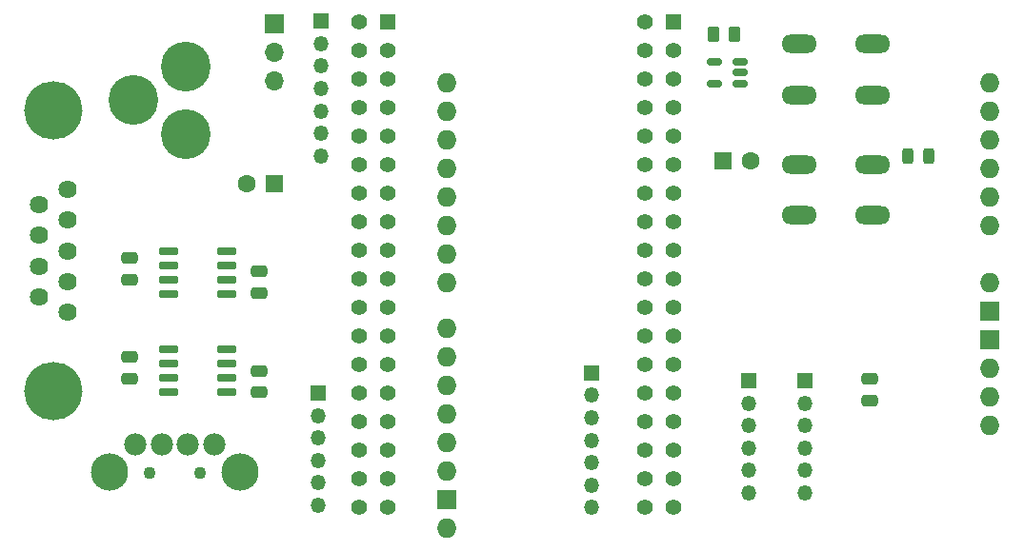
<source format=gbr>
%TF.GenerationSoftware,KiCad,Pcbnew,9.0.0*%
%TF.CreationDate,2025-04-09T14:41:31-04:00*%
%TF.ProjectId,PocketBeagle2_cape,506f636b-6574-4426-9561-676c65325f63,rev?*%
%TF.SameCoordinates,Original*%
%TF.FileFunction,Soldermask,Top*%
%TF.FilePolarity,Negative*%
%FSLAX46Y46*%
G04 Gerber Fmt 4.6, Leading zero omitted, Abs format (unit mm)*
G04 Created by KiCad (PCBNEW 9.0.0) date 2025-04-09 14:41:31*
%MOMM*%
%LPD*%
G01*
G04 APERTURE LIST*
G04 Aperture macros list*
%AMRoundRect*
0 Rectangle with rounded corners*
0 $1 Rounding radius*
0 $2 $3 $4 $5 $6 $7 $8 $9 X,Y pos of 4 corners*
0 Add a 4 corners polygon primitive as box body*
4,1,4,$2,$3,$4,$5,$6,$7,$8,$9,$2,$3,0*
0 Add four circle primitives for the rounded corners*
1,1,$1+$1,$2,$3*
1,1,$1+$1,$4,$5*
1,1,$1+$1,$6,$7*
1,1,$1+$1,$8,$9*
0 Add four rect primitives between the rounded corners*
20,1,$1+$1,$2,$3,$4,$5,0*
20,1,$1+$1,$4,$5,$6,$7,0*
20,1,$1+$1,$6,$7,$8,$9,0*
20,1,$1+$1,$8,$9,$2,$3,0*%
G04 Aperture macros list end*
%ADD10RoundRect,0.250000X0.475000X-0.250000X0.475000X0.250000X-0.475000X0.250000X-0.475000X-0.250000X0*%
%ADD11R,1.700000X1.700000*%
%ADD12O,1.700000X1.700000*%
%ADD13RoundRect,0.150000X-0.725000X-0.150000X0.725000X-0.150000X0.725000X0.150000X-0.725000X0.150000X0*%
%ADD14C,1.625600*%
%ADD15C,5.181600*%
%ADD16R,1.350000X1.350000*%
%ADD17O,1.350000X1.350000*%
%ADD18C,1.100000*%
%ADD19C,1.981200*%
%ADD20C,3.317600*%
%ADD21O,3.149600X1.625600*%
%ADD22R,1.600000X1.600000*%
%ADD23C,1.600000*%
%ADD24C,4.419600*%
%ADD25RoundRect,0.250000X-0.262500X-0.450000X0.262500X-0.450000X0.262500X0.450000X-0.262500X0.450000X0*%
%ADD26RoundRect,0.150000X0.512500X0.150000X-0.512500X0.150000X-0.512500X-0.150000X0.512500X-0.150000X0*%
%ADD27O,1.727200X1.727200*%
%ADD28R,1.727200X1.727200*%
%ADD29RoundRect,0.243750X0.243750X0.456250X-0.243750X0.456250X-0.243750X-0.456250X0.243750X-0.456250X0*%
%ADD30RoundRect,0.050800X-0.654000X0.654000X-0.654000X-0.654000X0.654000X-0.654000X0.654000X0.654000X0*%
%ADD31C,1.409600*%
G04 APERTURE END LIST*
D10*
%TO.C,C6*%
X175800000Y-115750000D03*
X175800000Y-113850000D03*
%TD*%
D11*
%TO.C,P8*%
X122875000Y-82275000D03*
D12*
X122875000Y-84815000D03*
X122875000Y-87355000D03*
%TD*%
D13*
%TO.C,U2*%
X113425000Y-111245000D03*
X113425000Y-112515000D03*
X113425000Y-113785000D03*
X113425000Y-115055000D03*
X118575000Y-115055000D03*
X118575000Y-113785000D03*
X118575000Y-112515000D03*
X118575000Y-111245000D03*
%TD*%
D14*
%TO.C,P9*%
X104491100Y-107936400D03*
X104491100Y-105193200D03*
X104491100Y-102450000D03*
X104491100Y-99706800D03*
X104491100Y-96963600D03*
X101951100Y-106564800D03*
X101951100Y-103821600D03*
X101951100Y-101078400D03*
X101951100Y-98335200D03*
D15*
X103221100Y-114972200D03*
X103221100Y-89927800D03*
%TD*%
D16*
%TO.C,P3*%
X151000000Y-113300000D03*
D17*
X151000000Y-115300000D03*
X151000000Y-117300000D03*
X151000000Y-119300000D03*
X151000000Y-121300000D03*
X151000000Y-123300000D03*
X151000000Y-125300000D03*
%TD*%
D18*
%TO.C,P1*%
X111750000Y-122198700D03*
X116250000Y-122198700D03*
D19*
X112873000Y-119698700D03*
X115127000Y-119698700D03*
D20*
X108200000Y-122098700D03*
X119800000Y-122098700D03*
D19*
X110500000Y-119698700D03*
X117500000Y-119698700D03*
%TD*%
D21*
%TO.C,S1*%
X169498800Y-94739400D03*
X176001200Y-94739400D03*
X169498800Y-99260600D03*
X176001200Y-99260600D03*
%TD*%
D16*
%TO.C,P7*%
X170000000Y-114000000D03*
D17*
X170000000Y-116000000D03*
X170000000Y-118000000D03*
X170000000Y-120000000D03*
X170000000Y-122000000D03*
X170000000Y-124000000D03*
%TD*%
D22*
%TO.C,C5*%
X122850000Y-96500000D03*
D23*
X120350000Y-96500000D03*
%TD*%
D10*
%TO.C,C4*%
X110000000Y-113800000D03*
X110000000Y-111900000D03*
%TD*%
D24*
%TO.C,P2*%
X115000000Y-86048600D03*
X110300000Y-89048600D03*
X115000000Y-92048600D03*
%TD*%
D25*
%TO.C,R1*%
X161887500Y-83200000D03*
X163712500Y-83200000D03*
%TD*%
D10*
%TO.C,C7*%
X121500000Y-106200000D03*
X121500000Y-104300000D03*
%TD*%
D13*
%TO.C,U3*%
X113425000Y-102445000D03*
X113425000Y-103715000D03*
X113425000Y-104985000D03*
X113425000Y-106255000D03*
X118575000Y-106255000D03*
X118575000Y-104985000D03*
X118575000Y-103715000D03*
X118575000Y-102445000D03*
%TD*%
D10*
%TO.C,C3*%
X110000000Y-105000000D03*
X110000000Y-103100000D03*
%TD*%
D16*
%TO.C,P4*%
X126700000Y-115100000D03*
D17*
X126700000Y-117100000D03*
X126700000Y-119100000D03*
X126700000Y-121100000D03*
X126700000Y-123100000D03*
X126700000Y-125100000D03*
%TD*%
D16*
%TO.C,P5*%
X165000000Y-114000000D03*
D17*
X165000000Y-116000000D03*
X165000000Y-118000000D03*
X165000000Y-120000000D03*
X165000000Y-122000000D03*
X165000000Y-124000000D03*
%TD*%
D22*
%TO.C,C9*%
X162700000Y-94400000D03*
D23*
X165200000Y-94400000D03*
%TD*%
D26*
%TO.C,U4*%
X164237500Y-87550000D03*
X164237500Y-86600000D03*
X164237500Y-85650000D03*
X161962500Y-85650000D03*
X161962500Y-87550000D03*
%TD*%
D21*
%TO.C,S2*%
X169498800Y-84039400D03*
X176001200Y-84039400D03*
X169498800Y-88560600D03*
X176001200Y-88560600D03*
%TD*%
D16*
%TO.C,P6*%
X127000000Y-82000000D03*
D17*
X127000000Y-84000000D03*
X127000000Y-86000000D03*
X127000000Y-88000000D03*
X127000000Y-90000000D03*
X127000000Y-92000000D03*
X127000000Y-94000000D03*
%TD*%
D10*
%TO.C,C8*%
X121500000Y-115050000D03*
X121500000Y-113150000D03*
%TD*%
D27*
%TO.C,P14*%
X138200000Y-87500000D03*
X138200000Y-90040000D03*
X138200000Y-92580000D03*
X138200000Y-95120000D03*
X138200000Y-97660000D03*
X138200000Y-100200000D03*
X138200000Y-102740000D03*
X138200000Y-105280000D03*
X138200000Y-109344000D03*
X138200000Y-111884000D03*
X138200000Y-114424000D03*
X138200000Y-116964000D03*
X138200000Y-119504000D03*
X138200000Y-122044000D03*
D28*
X138200000Y-124584000D03*
D27*
X138200000Y-127124000D03*
X186460000Y-117980000D03*
X186460000Y-115440000D03*
X186460000Y-112900000D03*
D28*
X186460000Y-110360000D03*
X186460000Y-107820000D03*
D27*
X186460000Y-105280000D03*
X186460000Y-100200000D03*
X186460000Y-97660000D03*
X186460000Y-95120000D03*
X186460000Y-92580000D03*
X186460000Y-90040000D03*
X186460000Y-87500000D03*
%TD*%
D29*
%TO.C,FB1*%
X180987500Y-94050000D03*
X179112500Y-94050000D03*
%TD*%
D30*
%TO.C,U1*%
X158290000Y-82120000D03*
D31*
X155750000Y-82120000D03*
X158290000Y-84660000D03*
X155750000Y-84660000D03*
X158290000Y-87200000D03*
X155750000Y-87200000D03*
X158290000Y-89740000D03*
X155750000Y-89740000D03*
X158290000Y-92280000D03*
X155750000Y-92280000D03*
X158290000Y-94820000D03*
X155750000Y-94820000D03*
X158290000Y-97360000D03*
X155750000Y-97360000D03*
X158290000Y-99900000D03*
X155750000Y-99900000D03*
X158290000Y-102440000D03*
X155750000Y-102440000D03*
X158290000Y-104980000D03*
X155750000Y-104980000D03*
X158290000Y-107520000D03*
X155750000Y-107520000D03*
X158290000Y-110060000D03*
X155750000Y-110060000D03*
X158290000Y-112600000D03*
X155750000Y-112600000D03*
X158290000Y-115140000D03*
X155750000Y-115140000D03*
X158290000Y-117680000D03*
X155750000Y-117680000D03*
X158290000Y-120220000D03*
X155750000Y-120220000D03*
X158290000Y-122760000D03*
X155750000Y-122760000D03*
X158290000Y-125300000D03*
X155750000Y-125300000D03*
D30*
X132890000Y-82120000D03*
D31*
X130350000Y-82120000D03*
X132890000Y-84660000D03*
X130350000Y-84660000D03*
X132890000Y-87200000D03*
X130350000Y-87200000D03*
X132890000Y-89740000D03*
X130350000Y-89740000D03*
X132890000Y-92280000D03*
X130350000Y-92280000D03*
X132890000Y-94820000D03*
X130350000Y-94820000D03*
X132890000Y-97360000D03*
X130350000Y-97360000D03*
X132890000Y-99900000D03*
X130350000Y-99900000D03*
X132890000Y-102440000D03*
X130350000Y-102440000D03*
X132890000Y-104980000D03*
X130350000Y-104980000D03*
X132890000Y-107520000D03*
X130350000Y-107520000D03*
X132890000Y-110060000D03*
X130350000Y-110060000D03*
X132890000Y-112600000D03*
X130350000Y-112600000D03*
X132890000Y-115140000D03*
X130350000Y-115140000D03*
X132890000Y-117680000D03*
X130350000Y-117680000D03*
X132890000Y-120220000D03*
X130350000Y-120220000D03*
X132890000Y-122760000D03*
X130350000Y-122760000D03*
X132890000Y-125300000D03*
X130350000Y-125300000D03*
%TD*%
M02*

</source>
